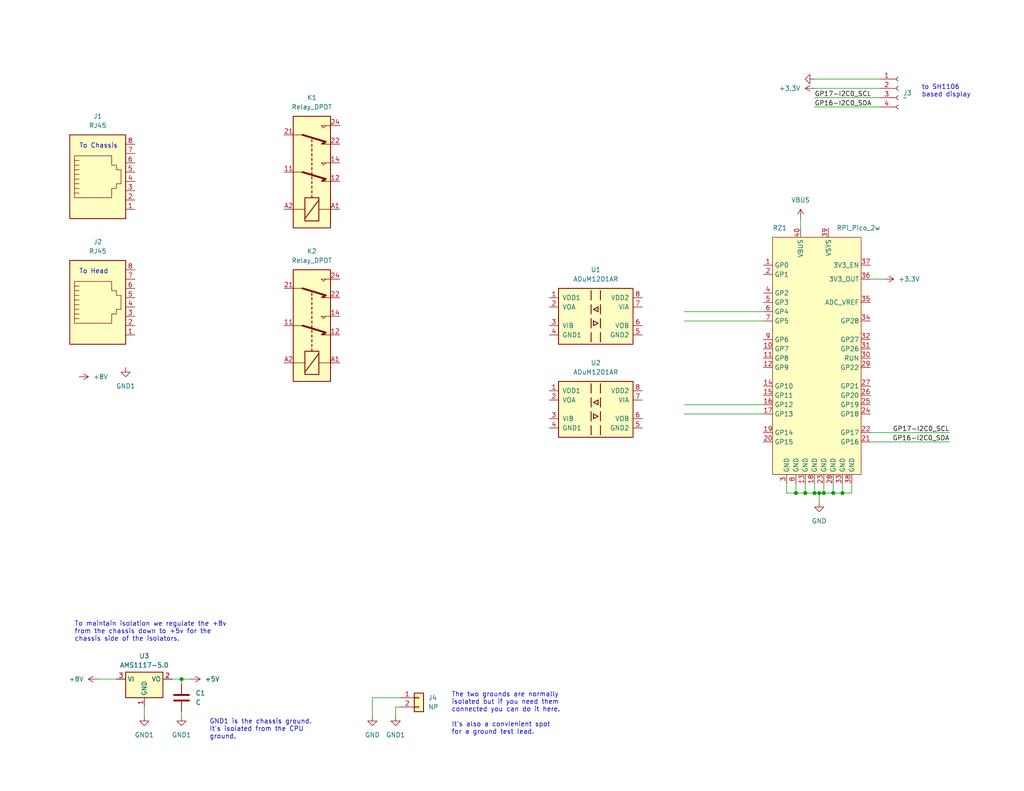
<source format=kicad_sch>
(kicad_sch (version 20230121) (generator eeschema)
  (paper "USLetter")
  (title_block (title "DX-SR8 Interface"))
  (lib_symbols
    (symbol "Connector:Conn_01x04_Socket" (pin_names (offset 1.016) hide)
      (property "Reference" "J" (at 0 5.08 0))
      (property "Value" "Conn_01x04_Socket" (at 0 -7.62 0))
      (symbol "Conn_01x04_Socket_1_1"
        (arc (start 0 -4.572) (mid -0.5058 -5.08) (end 0 -5.588) (stroke (width 0.1524)))
        (arc (start 0 -2.032) (mid -0.5058 -2.54) (end 0 -3.048) (stroke (width 0.1524)))
        (polyline (pts (xy -1.27 -5.08) (xy -0.508 -5.08)) (stroke (width 0.1524)))
        (polyline (pts (xy -1.27 -2.54) (xy -0.508 -2.54)) (stroke (width 0.1524)))
        (polyline (pts (xy -1.27 0) (xy -0.508 0)) (stroke (width 0.1524)))
        (polyline (pts (xy -1.27 2.54) (xy -0.508 2.54)) (stroke (width 0.1524)))
        (arc (start 0 0.508) (mid -0.5058 0) (end 0 -0.508) (stroke (width 0.1524)))
        (arc (start 0 3.048) (mid -0.5058 2.54) (end 0 2.032) (stroke (width 0.1524)))
        (pin passive line (at -5.08 2.54 0) (length 3.81) (name "Pin_1") (number "1"))
        (pin passive line (at -5.08 0 0) (length 3.81) (name "Pin_2") (number "2"))
        (pin passive line (at -5.08 -2.54 0) (length 3.81) (name "Pin_3") (number "3"))
        (pin passive line (at -5.08 -5.08 0) (length 3.81) (name "Pin_4") (number "4"))
      )
    )
    (symbol "Connector:RJ45" (pin_names (offset 1.016))
      (property "Reference" "J" (at -5.08 13.97 0))
      (property "Value" "RJ45" (at 2.54 13.97 0))
      (symbol "RJ45_0_1"
        (polyline (pts (xy -5.08 4.445) (xy -6.35 4.445)))
        (polyline (pts (xy -5.08 5.715) (xy -6.35 5.715)))
        (polyline (pts (xy -6.35 -3.175) (xy -5.08 -3.175) (xy -5.08 -3.175)))
        (polyline (pts (xy -6.35 -1.905) (xy -5.08 -1.905) (xy -5.08 -1.905)))
        (polyline (pts (xy -6.35 -0.635) (xy -5.08 -0.635) (xy -5.08 -0.635)))
        (polyline (pts (xy -6.35 0.635) (xy -5.08 0.635) (xy -5.08 0.635)))
        (polyline (pts (xy -6.35 1.905) (xy -5.08 1.905) (xy -5.08 1.905)))
        (polyline (pts (xy -5.08 3.175) (xy -6.35 3.175) (xy -6.35 3.175)))
        (polyline (pts (xy -6.35 -4.445) (xy -6.35 6.985) (xy 3.81 6.985) (xy 3.81 4.445) (xy 5.08 4.445) (xy 5.08 3.175) (xy 6.35 3.175) (xy 6.35 -0.635) (xy 5.08 -0.635) (xy 5.08 -1.905) (xy 3.81 -1.905) (xy 3.81 -4.445) (xy -6.35 -4.445) (xy -6.35 -4.445)))
        (rectangle (start 7.62 12.7) (end -7.62 -10.16) (stroke (width 0.254)) (fill (type background)))
      )
      (symbol "RJ45_1_1"
        (pin passive line (at 10.16 -7.62 180) (length 2.54) (name "~") (number "1"))
        (pin passive line (at 10.16 -5.08 180) (length 2.54) (name "~") (number "2"))
        (pin passive line (at 10.16 -2.54 180) (length 2.54) (name "~") (number "3"))
        (pin passive line (at 10.16 0 180) (length 2.54) (name "~") (number "4"))
        (pin passive line (at 10.16 2.54 180) (length 2.54) (name "~") (number "5"))
        (pin passive line (at 10.16 5.08 180) (length 2.54) (name "~") (number "6"))
        (pin passive line (at 10.16 7.62 180) (length 2.54) (name "~") (number "7"))
        (pin passive line (at 10.16 10.16 180) (length 2.54) (name "~") (number "8"))
      )
    )
    (symbol "Connector_Generic:Conn_01x02" (pin_names (offset 1.016) hide)
      (property "Reference" "J" (at 0 2.54 0))
      (property "Value" "Conn_01x02" (at 0 -5.08 0))
      (symbol "Conn_01x02_1_1"
        (rectangle (start -1.27 -2.413) (end 0 -2.667) (stroke (width 0.1524)))
        (rectangle (start -1.27 0.127) (end 0 -0.127) (stroke (width 0.1524)))
        (rectangle (start -1.27 1.27) (end 1.27 -3.81) (stroke (width 0.254)) (fill (type background)))
        (pin passive line (at -5.08 0 0) (length 3.81) (name "Pin_1") (number "1"))
        (pin passive line (at -5.08 -2.54 0) (length 3.81) (name "Pin_2") (number "2"))
      )
    )
    (symbol "Device:C" (pin_numbers hide) (pin_names (offset 0.254))
      (property "Reference" "C" (at 0.635 2.54 0))
      (property "Value" "C" (at 0.635 -2.54 0))
      (symbol "C_0_1"
        (polyline (pts (xy -2.032 -0.762) (xy 2.032 -0.762)) (stroke (width 0.508)))
        (polyline (pts (xy -2.032 0.762) (xy 2.032 0.762)) (stroke (width 0.508)))
      )
      (symbol "C_1_1"
        (pin passive line (at 0 3.81 270) (length 2.794) (name "~") (number "1"))
        (pin passive line (at 0 -3.81 90) (length 2.794) (name "~") (number "2"))
      )
    )
    (symbol "Isolator:ADuM1201AR" (pin_names (offset 1.016))
      (property "Reference" "U" (at -10.16 8.89 0))
      (property "Value" "ADuM1201AR" (at -2.032 8.89 0))
      (symbol "ADuM1201AR_0_1"
        (rectangle (start -10.16 7.62) (end 10.16 -7.62) (stroke (width 0.254)) (fill (type background)))
        (polyline (pts (xy -1.27 -4.445) (xy -1.27 -6.985)) (stroke (width 0.254)))
        (polyline (pts (xy -1.27 -0.635) (xy -1.27 -3.175)) (stroke (width 0.254)))
        (polyline (pts (xy -1.27 3.175) (xy -1.27 0.635)) (stroke (width 0.254)))
        (polyline (pts (xy -1.27 6.985) (xy -1.27 4.445)) (stroke (width 0.254)))
        (polyline (pts (xy 1.27 -4.445) (xy 1.27 -6.985)) (stroke (width 0.254)))
        (polyline (pts (xy 1.27 -0.635) (xy 1.27 -3.175)) (stroke (width 0.254)))
        (polyline (pts (xy 1.27 3.175) (xy 1.27 0.635)) (stroke (width 0.254)))
        (polyline (pts (xy 1.27 6.985) (xy 1.27 4.445)) (stroke (width 0.254)))
        (polyline (pts (xy -0.635 -1.27) (xy -0.635 -2.54) (xy 0.635 -1.905) (xy -0.635 -1.27)) (stroke (width 0.254)))
        (polyline (pts (xy 0.635 2.54) (xy 0.635 1.27) (xy -0.635 1.905) (xy 0.635 2.54)) (stroke (width 0.254)))
      )
      (symbol "ADuM1201AR_1_1"
        (pin power_in line (at -12.7 5.08 0) (length 2.54) (name "VDD1") (number "1"))
        (pin output line (at -12.7 2.54 0) (length 2.54) (name "VOA") (number "2"))
        (pin input line (at -12.7 -2.54 0) (length 2.54) (name "VIB") (number "3"))
        (pin power_in line (at -12.7 -5.08 0) (length 2.54) (name "GND1") (number "4"))
        (pin power_in line (at 12.7 -5.08 180) (length 2.54) (name "GND2") (number "5"))
        (pin output line (at 12.7 -2.54 180) (length 2.54) (name "VOB") (number "6"))
        (pin input line (at 12.7 2.54 180) (length 2.54) (name "VIA") (number "7"))
        (pin power_in line (at 12.7 5.08 180) (length 2.54) (name "VDD2") (number "8"))
      )
    )
    (symbol "Regulator_Linear:AMS1117-5.0"
      (property "Reference" "U" (at -3.81 3.175 0))
      (property "Value" "AMS1117-5.0" (at 0 3.175 0))
      (symbol "AMS1117-5.0_0_1"
        (rectangle (start -5.08 -5.08) (end 5.08 1.905) (stroke (width 0.254)) (fill (type background)))
      )
      (symbol "AMS1117-5.0_1_1"
        (pin power_in line (at 0 -7.62 90) (length 2.54) (name "GND") (number "1"))
        (pin power_out line (at 7.62 0 180) (length 2.54) (name "VO") (number "2"))
        (pin power_in line (at -7.62 0 0) (length 2.54) (name "VI") (number "3"))
      )
    )
    (symbol "Relay:Relay_DPDT"
      (property "Reference" "K" (at 16.51 3.81 0))
      (property "Value" "Relay_DPDT" (at 16.51 1.27 0))
      (symbol "Relay_DPDT_0_1"
        (rectangle (start -15.24 5.08) (end 15.24 -5.08) (stroke (width 0.254)) (fill (type background)))
        (rectangle (start -13.335 1.905) (end -6.985 -1.905) (stroke (width 0.254)))
        (polyline (pts (xy -12.7 -1.905) (xy -7.62 1.905)) (stroke (width 0.254)))
        (polyline (pts (xy -10.16 -5.08) (xy -10.16 -1.905)))
        (polyline (pts (xy -10.16 5.08) (xy -10.16 1.905)))
        (polyline (pts (xy -6.985 0) (xy -6.35 0)) (stroke (width 0.254)))
        (polyline (pts (xy -5.715 0) (xy -5.08 0)) (stroke (width 0.254)))
        (polyline (pts (xy -4.445 0) (xy -3.81 0)) (stroke (width 0.254)))
        (polyline (pts (xy -3.175 0) (xy -2.54 0)) (stroke (width 0.254)))
        (polyline (pts (xy -1.905 0) (xy -1.27 0)) (stroke (width 0.254)))
        (polyline (pts (xy -0.635 0) (xy 0 0)) (stroke (width 0.254)))
        (polyline (pts (xy 0 -2.54) (xy -1.905 3.81)) (stroke (width 0.508)))
        (polyline (pts (xy 0 -2.54) (xy 0 -5.08)))
        (polyline (pts (xy 0.635 0) (xy 1.27 0)) (stroke (width 0.254)))
        (polyline (pts (xy 1.905 0) (xy 2.54 0)) (stroke (width 0.254)))
        (polyline (pts (xy 3.175 0) (xy 3.81 0)) (stroke (width 0.254)))
        (polyline (pts (xy 4.445 0) (xy 5.08 0)) (stroke (width 0.254)))
        (polyline (pts (xy 5.715 0) (xy 6.35 0)) (stroke (width 0.254)))
        (polyline (pts (xy 6.985 0) (xy 7.62 0)) (stroke (width 0.254)))
        (polyline (pts (xy 8.255 0) (xy 8.89 0)) (stroke (width 0.254)))
        (polyline (pts (xy 10.16 -2.54) (xy 8.255 3.81)) (stroke (width 0.508)))
        (polyline (pts (xy 10.16 -2.54) (xy 10.16 -5.08)))
        (polyline (pts (xy -2.54 5.08) (xy -2.54 2.54) (xy -1.905 3.175) (xy -2.54 3.81)) (fill (type outline)))
        (polyline (pts (xy 2.54 5.08) (xy 2.54 2.54) (xy 1.905 3.175) (xy 2.54 3.81)))
        (polyline (pts (xy 7.62 5.08) (xy 7.62 2.54) (xy 8.255 3.175) (xy 7.62 3.81)) (fill (type outline)))
        (polyline (pts (xy 12.7 5.08) (xy 12.7 2.54) (xy 12.065 3.175) (xy 12.7 3.81)))
      )
      (symbol "Relay_DPDT_1_1"
        (pin passive line (at 0 -7.62 90) (length 2.54) (name "~") (number "11"))
        (pin passive line (at -2.54 7.62 270) (length 2.54) (name "~") (number "12"))
        (pin passive line (at 2.54 7.62 270) (length 2.54) (name "~") (number "14"))
        (pin passive line (at 10.16 -7.62 90) (length 2.54) (name "~") (number "21"))
        (pin passive line (at 7.62 7.62 270) (length 2.54) (name "~") (number "22"))
        (pin passive line (at 12.7 7.62 270) (length 2.54) (name "~") (number "24"))
        (pin passive line (at -10.16 7.62 270) (length 2.54) (name "~") (number "A1"))
        (pin passive line (at -10.16 -7.62 90) (length 2.54) (name "~") (number "A2"))
      )
    )
    (symbol "libhwh:RPi_Pico_2w"
      (property "Reference" "RZ1" (at -11.43 34.29 0))
      (property "Value" "RPi_Pico_2w" (at -5.08 7.62 0))
      (symbol "RPi_Pico_2w_0_1"
        (rectangle (start -11.43 33.02) (end 12.7 -31.75) (fill (type background)))
      )
      (symbol "RPi_Pico_2w_1_1"
        (pin bidirectional line (at -13.97 25.4 0) (length 2.54) (name "GP0") (number "1"))
        (pin bidirectional line (at -13.97 2.54 0) (length 2.54) (name "GP7") (number "10"))
        (pin bidirectional line (at -13.97 0 0) (length 2.54) (name "GP8") (number "11"))
        (pin bidirectional line (at -13.97 -2.54 0) (length 2.54) (name "GP9") (number "12"))
        (pin power_in line (at -2.54 -34.29 90) (length 2.54) (name "GND") (number "13"))
        (pin bidirectional line (at -13.97 -7.62 0) (length 2.54) (name "GP10") (number "14"))
        (pin bidirectional line (at -13.97 -10.16 0) (length 2.54) (name "GP11") (number "15"))
        (pin bidirectional line (at -13.97 -12.7 0) (length 2.54) (name "GP12") (number "16"))
        (pin bidirectional line (at -13.97 -15.24 0) (length 2.54) (name "GP13") (number "17"))
        (pin power_in line (at 0 -34.29 90) (length 2.54) (name "GND") (number "18"))
        (pin bidirectional line (at -13.97 -20.32 0) (length 2.54) (name "GP14") (number "19"))
        (pin bidirectional line (at -13.97 22.86 0) (length 2.54) (name "GP1") (number "2"))
        (pin bidirectional line (at -13.97 -22.86 0) (length 2.54) (name "GP15") (number "20"))
        (pin bidirectional line (at 15.24 -22.86 180) (length 2.54) (name "GP16") (number "21"))
        (pin bidirectional line (at 15.24 -20.32 180) (length 2.54) (name "GP17") (number "22"))
        (pin power_in line (at 2.54 -34.29 90) (length 2.54) (name "GND") (number "23"))
        (pin bidirectional line (at 15.24 -15.24 180) (length 2.54) (name "GP18") (number "24"))
        (pin bidirectional line (at 15.24 -12.7 180) (length 2.54) (name "GP19") (number "25"))
        (pin bidirectional line (at 15.24 -10.16 180) (length 2.54) (name "GP20") (number "26"))
        (pin bidirectional line (at 15.24 -7.62 180) (length 2.54) (name "GP21") (number "27"))
        (pin power_in line (at 5.08 -34.29 90) (length 2.54) (name "GND") (number "28"))
        (pin bidirectional line (at 15.24 -2.54 180) (length 2.54) (name "GP22") (number "29"))
        (pin power_in line (at -7.62 -34.29 90) (length 2.54) (name "GND") (number "3"))
        (pin bidirectional line (at 15.24 0 180) (length 2.54) (name "RUN") (number "30"))
        (pin bidirectional line (at 15.24 2.54 180) (length 2.54) (name "GP26") (number "31"))
        (pin bidirectional line (at 15.24 5.08 180) (length 2.54) (name "GP27") (number "32"))
        (pin power_in line (at 7.62 -34.29 90) (length 2.54) (name "GND") (number "33"))
        (pin bidirectional line (at 15.24 10.16 180) (length 2.54) (name "GP28") (number "34"))
        (pin power_in line (at 15.24 15.24 180) (length 2.54) (name "ADC_VREF") (number "35"))
        (pin power_out line (at 15.24 21.59 180) (length 2.54) (name "3V3_OUT") (number "36"))
        (pin bidirectional line (at 15.24 25.4 180) (length 2.54) (name "3V3_EN") (number "37"))
        (pin power_in line (at 10.16 -34.29 90) (length 2.54) (name "GND") (number "38"))
        (pin power_in line (at 3.81 35.56 270) (length 2.54) (name "VSYS") (number "39"))
        (pin bidirectional line (at -13.97 17.78 0) (length 2.54) (name "GP2") (number "4"))
        (pin power_in line (at -3.81 35.56 270) (length 2.54) (name "VBUS") (number "40"))
        (pin bidirectional line (at -13.97 15.24 0) (length 2.54) (name "GP3") (number "5"))
        (pin bidirectional line (at -13.97 12.7 0) (length 2.54) (name "GP4") (number "6"))
        (pin bidirectional line (at -13.97 10.16 0) (length 2.54) (name "GP5") (number "7"))
        (pin power_in line (at -5.08 -34.29 90) (length 2.54) (name "GND") (number "8"))
        (pin bidirectional line (at -13.97 5.08 0) (length 2.54) (name "GP6") (number "9"))
      )
    )
    (symbol "power:+3.3V" (power) (pin_names (offset 0))
      (property "Value" "+3.3V" (at 0 3.556 0))
      (symbol "+3.3V_0_1"
        (polyline (pts (xy -0.762 1.27) (xy 0 2.54)))
        (polyline (pts (xy 0 0) (xy 0 2.54)))
        (polyline (pts (xy 0 2.54) (xy 0.762 1.27)))
      )
      (symbol "+3.3V_1_1"
        (pin power_in line (at 0 0 90) (length 0) hide (name "+3.3V") (number "1"))
      )
    )
    (symbol "power:+5V" (power) (pin_names (offset 0))
      (property "Value" "+5V" (at 0 3.556 0))
      (symbol "+5V_0_1"
        (polyline (pts (xy -0.762 1.27) (xy 0 2.54)))
        (polyline (pts (xy 0 0) (xy 0 2.54)))
        (polyline (pts (xy 0 2.54) (xy 0.762 1.27)))
      )
      (symbol "+5V_1_1"
        (pin power_in line (at 0 0 90) (length 0) hide (name "+5V") (number "1"))
      )
    )
    (symbol "power:+8V" (power) (pin_names (offset 0))
      (property "Value" "+8V" (at 0 3.556 0))
      (symbol "+8V_0_1"
        (polyline (pts (xy -0.762 1.27) (xy 0 2.54)))
        (polyline (pts (xy 0 0) (xy 0 2.54)))
        (polyline (pts (xy 0 2.54) (xy 0.762 1.27)))
      )
      (symbol "+8V_1_1"
        (pin power_in line (at 0 0 90) (length 0) hide (name "+8V") (number "1"))
      )
    )
    (symbol "power:GND" (power) (pin_names (offset 0))
      (property "Value" "GND" (at 0 -3.81 0))
      (symbol "GND_0_1"
        (polyline (pts (xy 0 0) (xy 0 -1.27) (xy 1.27 -1.27) (xy 0 -2.54) (xy -1.27 -1.27) (xy 0 -1.27)))
      )
      (symbol "GND_1_1"
        (pin power_in line (at 0 0 270) (length 0) hide (name "GND") (number "1"))
      )
    )
    (symbol "power:GND1" (power) (pin_names (offset 0))
      (property "Value" "GND1" (at 0 -3.81 0))
      (symbol "GND1_0_1"
        (polyline (pts (xy 0 0) (xy 0 -1.27) (xy 1.27 -1.27) (xy 0 -2.54) (xy -1.27 -1.27) (xy 0 -1.27)))
      )
      (symbol "GND1_1_1"
        (pin power_in line (at 0 0 270) (length 0) hide (name "GND1") (number "1"))
      )
    )
    (symbol "power:VBUS" (power) (pin_names (offset 0))
      (property "Value" "VBUS" (at 0 3.81 0))
      (symbol "VBUS_0_1"
        (polyline (pts (xy -0.762 1.27) (xy 0 2.54)))
        (polyline (pts (xy 0 0) (xy 0 2.54)))
        (polyline (pts (xy 0 2.54) (xy 0.762 1.27)))
      )
      (symbol "VBUS_1_1"
        (pin power_in line (at 0 0 90) (length 0) hide (name "VBUS") (number "1"))
      )
    )
  )
  (junction (at 219.71 134.62))
  (junction (at 227.33 134.62))
  (junction (at 49.53 185.42))
  (junction (at 224.79 134.62))
  (junction (at 222.25 134.62))
  (junction (at 229.87 134.62))
  (junction (at 223.52 134.62))
  (junction (at 217.17 134.62))
  (wire (pts (xy 217.17 132.08) (xy 217.17 134.62)))
  (wire (pts (xy 101.6 190.5) (xy 101.6 195.58)))
  (wire (pts (xy 214.63 132.08) (xy 214.63 134.62)))
  (wire (pts (xy 107.95 193.04) (xy 107.95 195.58)))
  (wire (pts (xy 223.52 134.62) (xy 224.79 134.62)))
  (wire (pts (xy 26.67 185.42) (xy 31.75 185.42)))
  (wire (pts (xy 217.17 134.62) (xy 219.71 134.62)))
  (wire (pts (xy 39.37 193.04) (xy 39.37 195.58)))
  (wire (pts (xy 224.79 134.62) (xy 227.33 134.62)))
  (wire (pts (xy 49.53 185.42) (xy 49.53 186.69)))
  (wire (pts (xy 229.87 132.08) (xy 229.87 134.62)))
  (wire (pts (xy 219.71 132.08) (xy 219.71 134.62)))
  (wire (pts (xy 186.69 85.09) (xy 208.28 85.09)))
  (wire (pts (xy 227.33 134.62) (xy 229.87 134.62)))
  (wire (pts (xy 49.53 185.42) (xy 52.07 185.42)))
  (wire (pts (xy 109.22 193.04) (xy 107.95 193.04)))
  (wire (pts (xy 186.69 113.03) (xy 208.28 113.03)))
  (wire (pts (xy 219.71 134.62) (xy 222.25 134.62)))
  (wire (pts (xy 237.49 120.65) (xy 259.08 120.65)))
  (wire (pts (xy 222.25 26.67) (xy 240.03 26.67)))
  (wire (pts (xy 229.87 134.62) (xy 232.41 134.62)))
  (wire (pts (xy 186.69 87.63) (xy 208.28 87.63)))
  (wire (pts (xy 237.49 118.11) (xy 259.08 118.11)))
  (wire (pts (xy 49.53 194.31) (xy 49.53 195.58)))
  (wire (pts (xy 227.33 132.08) (xy 227.33 134.62)))
  (wire (pts (xy 222.25 132.08) (xy 222.25 134.62)))
  (wire (pts (xy 224.79 132.08) (xy 224.79 134.62)))
  (wire (pts (xy 46.99 185.42) (xy 49.53 185.42)))
  (wire (pts (xy 222.25 134.62) (xy 223.52 134.62)))
  (wire (pts (xy 222.25 24.13) (xy 240.03 24.13)))
  (wire (pts (xy 232.41 134.62) (xy 232.41 132.08)))
  (wire (pts (xy 237.49 76.2) (xy 241.3 76.2)))
  (wire (pts (xy 214.63 134.62) (xy 217.17 134.62)))
  (wire (pts (xy 222.25 29.21) (xy 240.03 29.21)))
  (wire (pts (xy 223.52 134.62) (xy 223.52 137.16)))
  (wire (pts (xy 222.25 21.59) (xy 240.03 21.59)))
  (wire (pts (xy 218.44 59.69) (xy 218.44 62.23)))
  (wire (pts (xy 109.22 190.5) (xy 101.6 190.5)))
  (wire (pts (xy 186.69 110.49) (xy 208.28 110.49)))
  (text "The two grounds are normally\nisolated but if you need them\nconnected you can do it here.\n\nIt's also a convienient spot\nfor a ground test lead." (at 123.19 200.66 0) (effects (font (size 1.27 1.27)) (justify left bottom)))
  (text "GND1 is the chassis ground.\nIt's isolated from the CPU\nground." (at 57.15 201.93 0) (effects (font (size 1.27 1.27)) (justify left bottom)))
  (text "To Head" (at 21.59 74.93 0) (effects (font (size 1.27 1.27)) (justify left bottom)))
  (text "to SH1106\nbased display" (at 251.46 26.67 0) (effects (font (size 1.27 1.27)) (justify left bottom)))
  (text "To maintain isolation we regulate the +8v\nfrom the chassis down to +5v for the\nchassis side of the isolators." (at 20.32 175.26 0) (effects (font (size 1.27 1.27)) (justify left bottom)))
  (text "To Chassis" (at 21.59 40.64 0) (effects (font (size 1.27 1.27)) (justify left bottom)))
  (label "GP16-I2C0_SDA" (at 259.08 120.65 180))
  (label "GP17-I2C0_SCL" (at 259.08 118.11 180))
  (label "GP16-I2C0_SDA" (at 222.25 29.21 0))
  (label "GP17-I2C0_SCL" (at 222.25 26.67 0))
  (symbol (lib_id "power:GND1") (at 39.37 195.58 0) (unit 1)
    (property "Reference" "#PWR08" (effects hide))
    (property "Value" "GND1" (at 39.37 200.66 0))
  )
  (symbol (lib_id "power:GND1") (at 49.53 195.58 0) (unit 1)
    (property "Reference" "#PWR09" (effects hide))
    (property "Value" "GND1" (at 49.53 200.66 0))
  )
  (symbol (lib_id "power:+5V") (at 52.07 185.42 270) (unit 1)
    (property "Reference" "#PWR06" (effects hide))
    (property "Value" "+5V" (at 55.88 185.42 90) (effects (justify left)))
  )
  (symbol (lib_id "power:+3.3V") (at 222.25 24.13 90) (unit 1)
    (property "Reference" "#PWR03" (effects hide))
    (property "Value" "+3.3V" (at 218.44 24.13 90) (effects (justify left)))
  )
  (symbol (lib_id "power:GND") (at 101.6 195.58 0) (unit 1)
    (property "Reference" "#PWR011" (effects hide))
    (property "Value" "GND" (at 101.6 200.66 0))
  )
  (symbol (lib_id "Regulator_Linear:AMS1117-5.0") (at 39.37 185.42 0) (unit 1)
    (property "Reference" "U3" (at 39.37 179.07 0))
    (property "Value" "AMS1117-5.0" (at 39.37 181.61 0))
    (property "Footprint" "Package_TO_SOT_SMD:SOT-223-3_TabPin2" (effects hide))
    (property "Datasheet" "http://www.advanced-monolithic.com/pdf/ds1117.pdf" (effects hide))
  )
  (symbol (lib_id "Isolator:ADuM1201AR") (at 162.56 86.36 0) (unit 1)
    (property "Reference" "U1" (at 162.56 73.66 0))
    (property "Value" "ADuM1201AR" (at 162.56 76.2 0))
    (property "Footprint" "Package_SO:SOIC-8_3.9x4.9mm_P1.27mm" (effects hide))
    (property "Datasheet" "https://www.analog.com/media/en/technical-documentation/data-sheets/ADuM1200_1201.pdf" (effects hide))
  )
  (symbol (lib_id "libhwh:RPi_Pico_2w") (at 222.25 97.79 0) (unit 1)
    (property "Reference" "RZ1" (at 210.82 62.23 0) (effects (justify left)))
    (property "Value" "RPi_Pico_2w" (at 228.2541 62.23 0) (effects (justify left)))
  )
  (symbol (lib_id "Connector:RJ45") (at 26.67 49.53 0) (unit 1)
    (property "Reference" "J1" (at 26.67 31.75 0))
    (property "Value" "RJ45" (at 26.67 34.29 0))
  )
  (symbol (lib_id "power:GND1") (at 107.95 195.58 0) (unit 1)
    (property "Reference" "#PWR010" (effects hide))
    (property "Value" "GND1" (at 107.95 200.66 0))
  )
  (symbol (lib_id "power:+8V") (at 26.67 185.42 90) (unit 1)
    (property "Reference" "#PWR05" (effects hide))
    (property "Value" "+8V" (at 22.86 185.42 90) (effects (justify left)))
  )
  (symbol (lib_id "power:GND") (at 223.52 137.16 0) (unit 1)
    (property "Reference" "#PWR01" (effects hide))
    (property "Value" "GND" (at 223.52 142.24 0))
  )
  (symbol (lib_id "Device:C") (at 49.53 190.5 0) (unit 1)
    (property "Reference" "C1" (at 53.34 189.23 0) (effects (justify left)))
    (property "Value" "C" (at 53.34 191.77 0) (effects (justify left)))
  )
  (symbol (lib_id "Connector:RJ45") (at 26.67 83.82 0) (unit 1)
    (property "Reference" "J2" (at 26.67 66.04 0))
    (property "Value" "RJ45" (at 26.67 68.58 0))
  )
  (symbol (lib_id "Connector_Generic:Conn_01x02") (at 114.3 190.5 0) (unit 1)
    (property "Reference" "J4" (at 116.84 190.5 0) (effects (justify left)))
    (property "Value" "NP" (at 116.84 193.04 0) (effects (justify left)))
  )
  (symbol (lib_id "Isolator:ADuM1201AR") (at 162.56 111.76 0) (unit 1)
    (property "Reference" "U2" (at 162.56 99.06 0))
    (property "Value" "ADuM1201AR" (at 162.56 101.6 0))
    (property "Footprint" "Package_SO:SOIC-8_3.9x4.9mm_P1.27mm" (effects hide))
    (property "Datasheet" "https://www.analog.com/media/en/technical-documentation/data-sheets/ADuM1200_1201.pdf" (effects hide))
  )
  (symbol (lib_id "Connector:Conn_01x04_Socket") (at 245.11 24.13 0) (unit 1)
    (property "Reference" "J3" (at 246.38 25.4 0) (effects (justify left)))
    (property "Value" "~" (at 246.38 26.67 0) (effects (justify left)))
  )
  (symbol (lib_id "power:+3.3V") (at 241.3 76.2 270) (unit 1)
    (property "Reference" "#PWR07" (effects hide))
    (property "Value" "+3.3V" (at 245.11 76.2 90) (effects (justify left)))
  )
  (symbol (lib_id "power:GND1") (at 34.29 100.33 0) (unit 1)
    (property "Reference" "#PWR012" (effects hide))
    (property "Value" "GND1" (at 34.29 105.41 0))
  )
  (symbol (lib_id "Relay:Relay_DPDT") (at 85.09 46.99 270) (mirror x) (unit 1)
    (property "Reference" "K1" (at 85.09 26.67 90))
    (property "Value" "Relay_DPDT" (at 85.09 29.21 90))
  )
  (symbol (lib_id "Relay:Relay_DPDT") (at 85.09 88.9 270) (mirror x) (unit 1)
    (property "Reference" "K2" (at 85.09 68.58 90))
    (property "Value" "Relay_DPDT" (at 85.09 71.12 90))
  )
  (symbol (lib_id "power:+8V") (at 21.59 102.87 270) (unit 1)
    (property "Reference" "#PWR013" (effects hide))
    (property "Value" "+8V" (at 25.4 102.87 90) (effects (justify left)))
  )
  (symbol (lib_id "power:VBUS") (at 218.44 59.69 0) (unit 1)
    (property "Reference" "#PWR04" (effects hide))
    (property "Value" "VBUS" (at 218.44 54.61 0))
  )
  (symbol (lib_id "power:GND") (at 222.25 21.59 270) (unit 1)
    (property "Reference" "#PWR02" (effects hide))
    (property "Value" "GND" (effects hide))
  )
)
</source>
